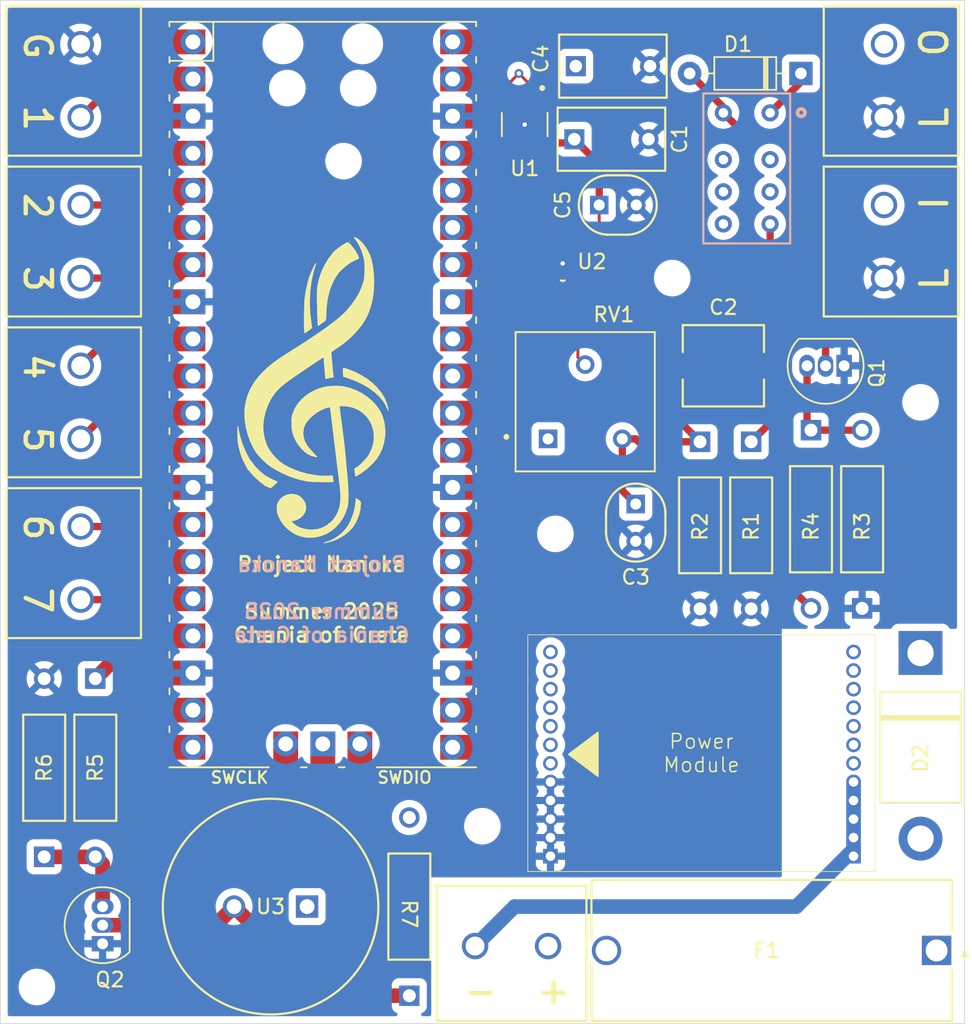
<source format=kicad_pcb>
(kicad_pcb (version 20241229) (generator "pcbnew") (generator_version "9.0")
  (layers (0 "F.Cu" signal) (4 "In1.Cu" signal) (6 "In2.Cu" signal) (2 "B.Cu" signal) (13 "F.Paste" user) (15 "B.Paste" user) (5 "F.SilkS" user "F.Silkscreen") (7 "B.SilkS" user "B.Silkscreen") (1 "F.Mask" user) (3 "B.Mask" user) (25 "Edge.Cuts" user))
  (net 0 "")
  (net 2 "S1")
  (net 3 "GNDPWR")
  (net 7 "+5V")
  (net 15 "Net-(A1-GPIO20)")
  (net 16 "Net-(J1-Pin_2)")
  (net 17 "3.3AS")
  (net 18 "Net-(D1-A)")
  (net 20 "Net-(Q1-B)")
  (net 22 "Net-(Q2-B)")
  (net 25 "Net-(A1-GPIO6)")
  (net 26 "Net-(A1-GPIO3)")
  (net 28 "Net-(A1-GPIO10)")
  (net 29 "Net-(A1-GPIO13)")
  (net 34 "Net-(A1-GPIO27_ADC1)")
  (net 36 "Net-(D2-A)")
  (net 38 "Net-(C2-Pad2)")
  (net 39 "Net-(C2-Pad1)")
  (net 40 "Net-(D2-K)")
  (net 41 "Net-(J8-Pin_2)")
  (net 42 "Net-(J2-Pin_2)")
  (net 46 "Net-(Q2-C)")
  (net 47 "Net-(U2-Y2)")
  (net 50 "Net-(A1-GPIO5)")
  (net 51 "Net-(J8-Pin_1)")
  (net 53 "Net-(A1-GPIO8)")
  (net 54 "Net-(A1-GPIO12)")
  (net 55 "Net-(A1-GPIO1)")
  (footprint "MountingHole:MountingHole_2mm" (layer "F.Cu") (at 223 53)
    (property "Reference" "REF**" (hide yes))
    (property "Value" "MountingHole_2mm" (hide yes))
    (pad "" np_thru_hole circle (at 0 0) (size 2 2) (drill 2) (layers "*.Cu" "*.Mask"))
  )
  (footprint "Custom:STA_RNF14_STP" (layer "F.Cu") (at 202.5 100.596 90)
    (property "Reference" "R6" (at 6.096 0 90) (layer "F.SilkS"))
    (property "Value" "10k" (hide yes))
    (pad "1" thru_hole rect (at 0 0 90) (size 1.397 1.397) (drill 0.889) (layers "*.Cu" "*.Mask") (net 22 "Net-(Q2-B)"))
    (pad "2" thru_hole circle (at 12.192 0 90) (size 1.397 1.397) (drill 0.889) (layers "*.Cu" "*.Mask") (net 3 "GNDPWR"))
  )
  (footprint "Custom:CONN_1935161_PXC" (layer "F.Cu") (at 205 78 -90)
    (property "Reference" "J3" (hide yes))
    (property "Value" "eBUTTON_4" (hide yes))
    (pad "1" thru_hole circle (at 0 0 270) (size 1.8034 1.8034) (drill 1.2954) (layers "*.Cu" "*.Mask") (net 28 "Net-(A1-GPIO10)"))
    (pad "2" thru_hole circle (at 5 0 270) (size 1.8034 1.8034) (drill 1.2954) (layers "*.Cu" "*.Mask") (net 54 "Net-(A1-GPIO12)"))
  )
  (footprint "Custom:SOT65P210X110-6N" (layer "F.Cu") (at 238 61.873)
    (property "Reference" "U2" (at 2 -2 0) (layer "F.SilkS"))
    (property "Value" "NC7WZ16P6X" (hide yes))
    (pad "1" smd rect (at -1.0414 -0.6604) (size 1.1684 0.3556) (layers "F.Cu" "F.Mask" "F.Paste") (net 34 "Net-(A1-GPIO27_ADC1)"))
    (pad "2" smd rect (at -1.0414 0) (size 1.1684 0.3556) (layers "F.Cu" "F.Mask" "F.Paste") (net 3 "GNDPWR"))
    (pad "3" smd rect (at -1.0414 0.6604) (size 1.1684 0.3556) (layers "F.Cu" "F.Mask" "F.Paste"))
    (pad "4" smd rect (at 1.0414 0.6604) (size 1.1684 0.3556) (layers "F.Cu" "F.Mask" "F.Paste") (net 47 "Net-(U2-Y2)"))
    (pad "5" smd rect (at 1.0414 0) (size 1.1684 0.3556) (layers "F.Cu" "F.Mask" "F.Paste") (net 17 "3.3AS"))
    (pad "6" smd rect (at 1.0414 -0.6604) (size 1.1684 0.3556) (layers "F.Cu" "F.Mask" "F.Paste"))
  )
  (footprint "Custom:TRIM_3310Y-101-102L" (layer "F.Cu") (at 239.54 69.46)
    (property "Reference" "RV1" (at 1.96 -5.96 0) (layer "F.SilkS") (effects (font (size 1.000748 1.000748))))
    (property "Value" "1k" (hide yes))
    (pad "1" thru_hole rect (at -2.54 2.54) (size 1.268 1.268) (drill 0.76) (layers "*.Cu" "*.Mask"))
    (pad "2" thru_hole circle (at 0 -2.54) (size 1.268 1.268) (drill 0.76) (layers "*.Cu" "*.Mask") (net 47 "Net-(U2-Y2)"))
    (pad "3" thru_hole circle (at 2.54 2.54) (size 1.268 1.268) (drill 0.76) (layers "*.Cu" "*.Mask") (net 39 "Net-(C2-Pad1)"))
  )
  (footprint "Custom:STA_RNF14_STP" (layer "F.Cu") (at 258.5 83.596 90)
    (property "Reference" "R3" (at 5.596 0 90) (layer "F.SilkS"))
    (property "Value" "10k" (hide yes))
    (pad "1" thru_hole rect (at 0 0 90) (size 1.397 1.397) (drill 0.889) (layers "*.Cu" "*.Mask") (net 3 "GNDPWR"))
    (pad "2" thru_hole circle (at 12.192 0 90) (size 1.397 1.397) (drill 0.889) (layers "*.Cu" "*.Mask") (net 20 "Net-(Q1-B)"))
  )
  (footprint "Custom:CAP_C330C_MR_X7R_KEM" (layer "F.Cu") (at 238.7963 51.5)
    (property "Reference" "C1" (at 7.2037 0 90) (layer "F.SilkS"))
    (property "Value" "1uf" (hide yes))
    (pad "1" thru_hole rect (at 0 0) (size 1.3716 1.3716) (drill 0.8636) (layers "*.Cu" "*.Mask") (net 17 "3.3AS"))
    (pad "2" thru_hole circle (at 5.08 0) (size 1.3716 1.3716) (drill 0.8636) (layers "*.Cu" "*.Mask") (net 3 "GNDPWR"))
  )
  (footprint "Custom:STA_RNF14_STP" (layer "F.Cu") (at 206 88.404 -90)
    (property "Reference" "R5" (at 6.096 0 90) (layer "F.SilkS"))
    (property "Value" "270" (hide yes))
    (pad "1" thru_hole rect (at 0 0 270) (size 1.397 1.397) (drill 0.889) (layers "*.Cu" "*.Mask") (net 29 "Net-(A1-GPIO13)"))
    (pad "2" thru_hole circle (at 12.192 0 270) (size 1.397 1.397) (drill 0.889) (layers "*.Cu" "*.Mask") (net 22 "Net-(Q2-B)"))
  )
  (footprint "Custom:CONN_1935161_PXC" (layer "F.Cu") (at 232 106.7)
    (property "Reference" "J8" (hide yes))
    (property "Value" "12V_IN" (hide yes))
    (pad "1" thru_hole circle (at 0 0) (size 1.8034 1.8034) (drill 1.2954) (layers "*.Cu" "*.Mask") (net 51 "Net-(J8-Pin_1)"))
    (pad "2" thru_hole circle (at 5 0) (size 1.8034 1.8034) (drill 1.2954) (layers "*.Cu" "*.Mask") (net 41 "Net-(J8-Pin_2)"))
  )
  (footprint "Custom:CAP_C320_KEM" (layer "F.Cu") (at 243 76.46 -90)
    (property "Reference" "C3" (at 5 0 0) (layer "F.SilkS"))
    (property "Value" "100nF" (hide yes))
    (pad "1" thru_hole rect (at 0 0 270) (size 1.27 1.27) (drill 0.762) (layers "*.Cu" "*.Mask") (net 39 "Net-(C2-Pad1)"))
    (pad "2" thru_hole circle (at 2.54 0 270) (size 1.27 1.27) (drill 0.762) (layers "*.Cu" "*.Mask") (net 3 "GNDPWR"))
  )
  (footprint "Diode_THT:D_DO-35_SOD27_P7.62mm_Horizontal" (layer "F.Cu") (at 254.31 47 180)
    (property "Reference" "D1" (at 4.31 2 0) (layer "F.SilkS"))
    (property "Value" "1N4148" (hide yes))
    (pad "1" thru_hole rect (at 0 0 180) (size 1.6 1.6) (drill 0.8) (layers "*.Cu" "*.Mask") (net 7 "+5V"))
    (pad "2" thru_hole oval (at 7.62 0 180) (size 1.6 1.6) (drill 0.8) (layers "*.Cu" "*.Mask") (net 18 "Net-(D1-A)"))
  )
  (footprint "Custom:20x300_FUSE_HOLDER_0PTF0078P_LTF" (layer "F.Cu") (at 263.6 107 180)
    (property "Reference" "F1" (at 11.65 0 0) (layer "F.SilkS"))
    (property "Value" "1A" (hide yes))
    (fp_text user "*" (at -1.9207 0 180) (layer "F.SilkS"))
    (pad "1" thru_hole rect (at 0 0 180) (size 2.0066 2.0066) (drill 1.4986) (layers "*.Cu" "*.Mask") (net 36 "Net-(D2-A)"))
    (pad "2" thru_hole circle (at 22.6 0 180) (size 2.0066 2.0066) (drill 1.4986) (layers "*.Cu" "*.Mask") (net 41 "Net-(J8-Pin_2)"))
  )
  (footprint "Custom:STA_CF14_STP" (layer "F.Cu") (at 250.9045 72.2 -90)
    (property "Reference" "R1" (at 5.8 0 90) (layer "F.SilkS"))
    (property "Value" "1.8k" (hide yes))
    (pad "1" thru_hole rect (at 0 0 270) (size 1.397 1.397) (drill 0.889) (layers "*.Cu" "*.Mask") (net 38 "Net-(C2-Pad2)"))
    (pad "2" thru_hole circle (at 11.43 0 270) (size 1.397 1.397) (drill 0.889) (layers "*.Cu" "*.Mask") (net 3 "GNDPWR"))
  )
  (footprint "MountingHole:MountingHole_2mm" (layer "F.Cu") (at 202 109.5)
    (property "Reference" "REF**" (hide yes))
    (property "Value" "MountingHole_2mm" (hide yes))
    (pad "" np_thru_hole circle (at 0 0) (size 2 2) (drill 2) (layers "*.Cu" "*.Mask"))
  )
  (footprint "Custom:CONN_1935161_PXC" (layer "F.Cu") (at 205 67 -90)
    (property "Reference" "J4" (hide yes))
    (property "Value" "eBUTTON_3" (hide yes))
    (pad "1" thru_hole circle (at 0 0 270) (size 1.8034 1.8034) (drill 1.2954) (layers "*.Cu" "*.Mask") (net 25 "Net-(A1-GPIO6)"))
    (pad "2" thru_hole circle (at 5 0 270) (size 1.8034 1.8034) (drill 1.2954) (layers "*.Cu" "*.Mask") (net 53 "Net-(A1-GPIO8)"))
  )
  (footprint "Custom:SOT95P280X110-5N" (layer "F.Cu") (at 235.39815 50.5 -90)
    (property "Reference" "U1" (at 3 0 180) (layer "F.SilkS"))
    (property "Value" "TLV70033DDCR" (hide yes))
    (pad "1" smd roundrect (at -1.255 -0.95 270) (size 1.25 0.59) (layers "F.Cu" "F.Mask" "F.Paste") (roundrect_rratio 0.125) (net 7 "+5V"))
    (pad "2" smd roundrect (at -1.255 0 270) (size 1.25 0.59) (layers "F.Cu" "F.Mask" "F.Paste") (roundrect_rratio 0.125) (net 3 "GNDPWR"))
    (pad "3" smd roundrect (at -1.255 0.95 270) (size 1.25 0.59) (layers "F.Cu" "F.Mask" "F.Paste") (roundrect_rratio 0.125) (net 7 "+5V"))
    (pad "4" smd roundrect (at 1.255 0.95 270) (size 1.25 0.59) (layers "F.Cu" "F.Mask" "F.Paste") (roundrect_rratio 0.125))
    (pad "5" smd roundrect (at 1.255 -0.95 270) (size 1.25 0.59) (layers "F.Cu" "F.Mask" "F.Paste") (roundrect_rratio 0.125) (net 17 "3.3AS"))
  )
  (footprint "Custom:CONN_1935161_PXC" (layer "F.Cu") (at 205 56 -90)
    (property "Reference" "J5" (hide yes))
    (property "Value" "eBUTTON_2" (hide yes))
    (pad "1" thru_hole circle (at 0 0 270) (size 1.8034 1.8034) (drill 1.2954) (layers "*.Cu" "*.Mask") (net 26 "Net-(A1-GPIO3)"))
    (pad "2" thru_hole circle (at 5 0 270) (size 1.8034 1.8034) (drill 1.2954) (layers "*.Cu" "*.Mask") (net 50 "Net-(A1-GPIO5)"))
  )
  (footprint "Custom:STA_CF14_STP" (layer "F.Cu") (at 247.4045 72.2 -90)
    (property "Reference" "R2" (at 5.8 0 90) (layer "F.SilkS"))
    (property "Value" "100" (hide yes))
    (pad "1" thru_hole rect (at 0 0 270) (size 1.397 1.397) (drill 0.889) (layers "*.Cu" "*.Mask") (net 39 "Net-(C2-Pad1)"))
    (pad "2" thru_hole circle (at 11.43 0 270) (size 1.397 1.397) (drill 0.889) (layers "*.Cu" "*.Mask") (net 3 "GNDPWR"))
  )
  (footprint "Custom:PS1440P02BT_TDK" (layer "F.Cu") (at 220.5 104 180)
    (property "Reference" "U3" (at 2.5 0 0) (layer "F.SilkS"))
    (property "Value" "PS1440P02BT" (hide yes))
    (pad "1" thru_hole rect (at 0 0 180) (size 1.524 1.524) (drill 1.016) (layers "*.Cu" "*.Mask") (net 7 "+5V"))
    (pad "2" thru_hole circle (at 5 0 180) (size 1.524 1.524) (drill 1.016) (layers "*.Cu" "*.Mask") (net 46 "Net-(Q2-C)"))
  )
  (footprint "Custom:STA_RNF14_STP" (layer "F.Cu") (at 255 71.404 -90)
    (property "Reference" "R4" (at 6.596 0 90) (layer "F.SilkS"))
    (property "Value" "270" (hide yes))
    (pad "1" thru_hole rect (at 0 0 270) (size 1.397 1.397) (drill 0.889) (layers "*.Cu" "*.Mask") (net 20 "Net-(Q1-B)"))
    (pad "2" thru_hole circle (at 12.192 0 270) (size 1.397 1.397) (drill 0.889) (layers "*.Cu" "*.Mask") (net 15 "Net-(A1-GPIO20)"))
  )
  (footprint "Custom:CAP_UUQ_5X5P4_NCH" (layer "F.Cu") (at 249 67)
    (property "Reference" "C2" (at 0 -4 0) (layer "F.SilkS"))
    (property "Value" "47uF" (hide yes))
    (pad "1" smd rect (at -2.0955 0) (size 2.7178 1.2192) (layers "F.Cu" "F.Mask" "F.Paste") (net 39 "Net-(C2-Pad1)"))
    (pad "2" smd rect (at 2.0955 0) (size 2.7178 1.2192) (layers "F.Cu" "F.Mask" "F.Paste") (net 38 "Net-(C2-Pad2)"))
  )
  (footprint "Custom:RPi_Pico_SMD_TH" (layer "F.Cu") (at 221.575 68.97)
    (property "Reference" "A1" (hide yes))
    (property "Value" "RaspberryPi_Pico" (hide yes))
    (fp_text user "SWDIO" (at 5.6 26.2 0) (layer "F.SilkS") (effects (font (size 0.8 0.8))))
    (fp_text user "SWCLK" (at -5.7 26.2 0) (layer "F.SilkS") (effects (font (size 0.8 0.8))))
    (pad "" np_thru_hole oval (at -2.725 -24) (size 1.8 1.8) (drill 1.8) (layers "*.Cu" "*.Mask"))
    (pad "" np_thru_hole oval (at -2.425 -20.97) (size 1.5 1.5) (drill 1.5) (layers "*.Cu" "*.Mask"))
    (pad "" np_thru_hole oval (at 2.425 -20.97) (size 1.5 1.5) (drill 1.5) (layers "*.Cu" "*.Mask"))
    (pad "" np_thru_hole oval (at 2.725 -24) (size 1.8 1.8) (drill 1.8) (layers "*.Cu" "*.Mask"))
    (pad "1" thru_hole oval (at -8.89 -24.13) (size 1.7 1.7) (drill 1.02) (layers "*.Cu" "*.Mask"))
    (pad "1" smd rect (at -8.89 -24.13) (size 3.5 1.7) (drill (offset -0.9 0)) (layers "F.Cu" "F.Mask"))
    (pad "2" thru_hole oval (at -8.89 -21.59) (size 1.7 1.7) (drill 1.02) (layers "*.Cu" "*.Mask") (net 55 "Net-(A1-GPIO1)"))
    (pad "2" smd rect (at -8.89 -21.59) (size 3.5 1.7) (drill (offset -0.9 0)) (layers "F.Cu" "F.Mask") (net 55 "Net-(A1-GPIO1)"))
    (pad "3" thru_hole rect (at -8.89 -19.05) (size 1.7 1.7) (drill 1.02) (layers "*.Cu" "*.Mask") (net 3 "GNDPWR"))
    (pad "3" smd rect (at -8.89 -19.05) (size 3.5 1.7) (drill (offset -0.9 0)) (layers "F.Cu" "F.Mask") (net 3 "GNDPWR"))
    (pad "4" thru_hole oval (at -8.89 -16.51) (size 1.7 1.7) (drill 1.02) (layers "*.Cu" "*.Mask"))
    (pad "4" smd rect (at -8.89 -16.51) (size 3.5 1.7) (drill (offset -0.9 0)) (layers "F.Cu" "F.Mask"))
    (pad "5" thru_hole oval (at -8.89 -13.97) (size 1.7 1.7) (drill 1.02) (layers "*.Cu" "*.Mask") (net 26 "Net-(A1-GPIO3)"))
    (pad "5" smd rect (at -8.89 -13.97) (size 3.5 1.7) (drill (offset -0.9 0)) (layers "F.Cu" "F.Mask") (net 26 "Net-(A1-GPIO3)"))
    (pad "6" thru_hole oval (at -8.89 -11.43) (size 1.7 1.7) (drill 1.02) (layers "*.Cu" "*.Mask"))
    (pad "6" smd rect (at -8.89 -11.43) (size 3.5 1.7) (drill (offset -0.9 0)) (layers "F.Cu" "F.Mask"))
    (pad "7" thru_hole oval (at -8.89 -8.89) (size 1.7 1.7) (drill 1.02) (layers "*.Cu" "*.Mask") (net 50 "Net-(A1-GPIO5)"))
    (pad "7" smd rect (at -8.89 -8.89) (size 3.5 1.7) (drill (offset -0.9 0)) (layers "F.Cu" "F.Mask") (net 50 "Net-(A1-GPIO5)"))
    (pad "8" thru_hole rect (at -8.89 -6.35) (size 1.7 1.7) (drill 1.02) (layers "*.Cu" "*.Mask") (net 3 "GNDPWR"))
    (pad "8" smd rect (at -8.89 -6.35) (size 3.5 1.7) (drill (offset -0.9 0)) (layers "F.Cu" "F.Mask") (net 3 "GNDPWR"))
    (pad "9" thru_hole oval (at -8.89 -3.81) (size 1.7 1.7) (drill 1.02) (layers "*.Cu" "*.Mask") (net 25 "Net-(A1-GPIO6)"))
    (pad "9" smd rect (at -8.89 -3.81) (size 3.5 1.7) (drill (offset -0.9 0)) (layers "F.Cu" "F.Mask") (net 25 "Net-(A1-GPIO6)"))
    (pad "10" thru_hole oval (at -8.89 -1.27) (size 1.7 1.7) (drill 1.02) (layers "*.Cu" "*.Mask"))
    (pad "10" smd rect (at -8.89 -1.27) (size 3.5 1.7) (drill (offset -0.9 0)) (layers "F.Cu" "F.Mask"))
    (pad "11" thru_hole oval (at -8.89 1.27) (size 1.7 1.7) (drill 1.02) (layers "*.Cu" "*.Mask") (net 53 "Net-(A1-GPIO8)"))
    (pad "11" smd rect (at -8.89 1.27) (size 3.5 1.7) (drill (offset -0.9 0)) (layers "F.Cu" "F.Mask") (net 53 "Net-(A1-GPIO8)"))
    (pad "12" thru_hole oval (at -8.89 3.81) (size 1.7 1.7) (drill 1.02) (layers "*.Cu" "*.Mask"))
    (pad "12" smd rect (at -8.89 3.81) (size 3.5 1.7) (drill (offset -0.9 0)) (layers "F.Cu" "F.Mask"))
    (pad "13" thru_hole rect (at -8.89 6.35) (size 1.7 1.7) (drill 1.02) (layers "*.Cu" "*.Mask") (net 3 "GNDPWR"))
    (pad "13" smd rect (at -8.89 6.35) (size 3.5 1.7) (drill (offset -0.9 0)) (layers "F.Cu" "F.Mask") (net 3 "GNDPWR"))
    (pad "14" thru_hole oval (at -8.89 8.89) (size 1.7 1.7) (drill 1.02) (layers "*.Cu" "*.Mask") (net 28 "Net-(A1-GPIO10)"))
    (pad "14" smd rect (at -8.89 8.89) (size 3.5 1.7) (drill (offset -0.9 0)) (layers "F.Cu" "F.Mask") (net 28 "Net-(A1-GPIO10)"))
    (pad "15" thru_hole oval (at -8.89 11.43) (size 1.7 1.7) (drill 1.02) (layers "*.Cu" "*.Mask"))
    (pad "15" smd rect (at -8.89 11.43) (size 3.5 1.7) (drill (offset -0.9 0)) (layers "F.Cu" "F.Mask"))
    (pad "16" thru_hole oval (at -8.89 13.97) (size 1.7 1.7) (drill 1.02) (layers "*.Cu" "*.Mask") (net 54 "Net-(A1-GPIO12)"))
    (pad "16" smd rect (at -8.89 13.97) (size 3.5 1.7) (drill (offset -0.9 0)) (layers "F.Cu" "F.Mask") (net 54 "Net-(A1-GPIO12)"))
    (pad "17" thru_hole oval (at -8.89 16.51) (size 1.7 1.7) (drill 1.02) (layers "*.Cu" "*.Mask") (net 29 "Net-(A1-GPIO13)"))
    (pad "17" smd rect (at -8.89 16.51) (size 3.5 1.7) (drill (offset -0.9 0)) (layers "F.Cu" "F.Mask") (net 29 "Net-(A1-GPIO13)"))
    (pad "18" thru_hole rect (at -8.89 19.05) (size 1.7 1.7) (drill 1.02) (layers "*.Cu" "*.Mask") (net 3 "GNDPWR"))
    (pad "18" smd rect (at -8.89 19.05) (size 3.5 1.7) (drill (offset -0.9 0)) (layers "F.Cu" "F.Mask") (net 3 "GNDPWR"))
    (pad "19" thru_hole oval (at -8.89 21.59) (size 1.7 1.7) (drill 1.02) (layers "*.Cu" "*.Mask"))
    (pad "19" smd rect (at -8.89 21.59) (size 3.5 1.7) (drill (offset -0.9 0)) (layers "F.Cu" "F.Mask"))
    (pad "20" thru_hole oval (at -8.89 24.13) (size 1.7 1.7) (drill 1.02) (layers "*.Cu" "*.Mask"))
    (pad "20" smd rect (at -8.89 24.13) (size 3.5 1.7) (drill (offset -0.9 0)) (layers "F.Cu" "F.Mask"))
    (pad "21" thru_hole oval (at 8.89 24.13) (size 1.7 1.7) (drill 1.02) (layers "*.Cu" "*.Mask"))
    (pad "21" smd rect (at 8.89 24.13) (size 3.5 1.7) (drill (offset 0.9 0)) (layers "F.Cu" "F.Mask"))
    (pad "22" thru_hole oval (at 8.89 21.59) (size 1.7 1.7) (drill 1.02) (layers "*.Cu" "*.Mask"))
    (pad "22" smd rect (at 8.89 21.59) (size 3.5 1.7) (drill (offset 0.9 0)) (layers "F.Cu" "F.Mask"))
    (pad "23" thru_hole rect (at 8.89 19.05) (size 1.7 1.7) (drill 1.02) (layers "*.Cu" "*.Mask") (net 3 "GNDPWR"))
    (pad "23" smd rect (at 8.89 19.05) (size 3.5 1.7) (drill (offset 0.9 0)) (layers "F.Cu" "F.Mask") (net 3 "GNDPWR"))
    (pad "24" thru_hole oval (at 8.89 16.51) (size 1.7 1.7) (drill 1.02) (layers "*.Cu" "*.Mask"))
    (pad "24" smd rect (at 8.89 16.51) (size 3.5 1.7) (drill (offset 0.9 0)) (layers "F.Cu" "F.Mask"))
    (pad "25" thru_hole oval (at 8.89 13.97) (size 1.7 1.7) (drill 1.02) (layers "*.Cu" "*.Mask"))
    (pad "25" smd rect (at 8.89 13.97) (size 3.5 1.7) (drill (offset 0.9 0)) (layers "F.Cu" "F.Mask"))
    (pad "26" thru_hole oval (at 8.89 11.43) (size 1.7 1.7) (drill 1.02) (layers "*.Cu" "*.Mask") (net 15 "Net-(A1-GPIO20)"))
    (pad "26" smd rect (at 8.89 11.43) (size 3.5 1.7) (drill (offset 0.9 0)) (layers "F.Cu" "F.Mask") (net 15 "Net-(A1-GPIO20)"))
    (pad "27" thru_hole oval (at 8.89 8.89) (size 1.7 1.7) (drill 1.02) (layers "*.Cu" "*.Mask"))
    (pad "27" smd rect (at 8.89 8.89) (size 3.5 1.7) (drill (offset 0.9 0)) (layers "F.Cu" "F.Mask"))
    (pad "28" thru_hole rect (at 8.89 6.35) (size 1.7 1.7) (drill 1.02) (layers "*.Cu" "*.Mask") (net 3 "GNDPWR"))
    (pad "28" smd rect (at 8.89 6.35) (size 3.5 1.7) (drill (offset 0.9 0)) (layers "F.Cu" "F.Mask") (net 3 "GNDPWR"))
    (pad "29" thru_hole oval (at 8.89 3.81) (size 1.7 1.7) (drill 1.02) (layers "*.Cu" "*.Mask"))
    (pad "29" smd rect (at 8.89 3.81) (size 3.5 1.7) (drill (offset 0.9 0)) (layers "F.Cu" "F.Mask"))
    (pad "30" thru_hole oval (at 8.89 1.27) (size 1.7 1.7) (drill 1.02) (layers "*.Cu" "*.Mask"))
    (pad "30" smd rect (at 8.89 1.27) (size 3.5 1.7) (drill (offset 0.9 0)) (layers "F.Cu" "F.Mask"))
    (pad "31" thru_hole oval (at 8.89 -1.27) (size 1.7 1.7) (drill 1.02) (layers "*.Cu" "*.Mask"))
    (pad "31" smd rect (at 8.89 -1.27) (size 3.5 1.7) (drill (offset 0.9 0)) (layers "F.Cu" "F.Mask"))
    (pad "32" thru_hole oval (at 8.89 -3.81) (size 1.7 1.7) (drill 1.02) (layers "*.Cu" "*.Mask") (net 34 "Net-(A1-GPIO27_ADC1)"))
    (pad "32" smd rect (at 8.89 -3.81) (size 3.5 1.7) (drill (offset 0.9 0)) (layers "F.Cu" "F.Mask") (net 34 "Net-(A1-GPIO27_ADC1)"))
    (pad "33" thru_hole rect (at 8.89 -6.35) (size 1.7 1.7) (drill 1.02) (layers "*.Cu" "*.Mask"))
    (pad "33" smd rect (at 8.89 -6.35) (size 3.5 1.7) (drill (offset 0.9 0)) (layers "F.Cu" "F.Mask"))
    (pad "34" thru_hole oval (at 8.89 -8.89) (size 1.7 1.7) (drill 1.02) (layers "*.Cu" "*.Mask") (net 2 "S1"))
    (pad "34" smd rect (at 8.89 -8.89) (size 3.5 1.7) (drill (offset 0.9 0)) (layers "F.Cu" "F.Mask") (net 2 "S1"))
    (pad "35" thru_hole oval (at 8.89 -11.43) (size 1.7 1.7) (drill 1.02) (layers "*.Cu" "*.Mask"))
    (pad "35" smd rect (at 8.89 -11.43) (size 3.5 1.7) (drill (offset 0.9 0)) (layers "F.Cu" "F.Mask"))
    (pad "36" thru_hole oval (at 8.89 -13.97) (size 1.7 1.7) (drill 1.02) (layers "*.Cu" "*.Mask"))
    (pad "36" smd rect (at 8.89 -13.97) (size 3.5 1.7) (drill (offset 0.9 0)) (layers "F.Cu" "F.Mask"))
    (pad "37" thru_hole oval (at 8.89 -16.51) (size 1.7 1.7) (drill 1.02) (layers "*.Cu" "*.Mask"))
    (pad "37" smd rect (at 8.89 -16.51) (size 3.5 1.7) (drill (offset 0.9 0)) (layers "F.Cu" "F.Mask"))
    (pad "38" thru_hole rect (at 8.89 -19.05) (size 1.7 1.7) (drill 1.02) (layers "*.Cu" "*.Mask") (net 3 "GNDPWR"))
    (pad "38" smd rect (at 8.89 -19.05) (size 3.5 1.7) (drill (offset 0.9 0)) (layers "F.Cu" "F.Mask") (net 3 "GNDPWR"))
    (pad "39" thru_hole oval (at 8.89 -21.59) (size 1.7 1.7) (drill 1.02) (layers "*.Cu" "*.Mask") (net 7 "+5V"))
    (pad "39" smd rect (at 8.89 -21.59) (size 3.5 1.7) (drill (offset 0.9 0)) (layers "F.Cu" "F.Mask") (net 7 "+5V"))
    (pad "40" thru_hole oval (at 8.89 -24.13) (size 1.7 1.7) (drill 1.02) (layers "*.Cu" "*.Mask"))
    (pad "40" smd rect (at 8.89 -24.13) (size 3.5 1.7) (drill (offset 0.9 0)) (layers "F.Cu" "F.Mask"))
    (pad "41" thru_hole oval (at -2.54 23.9) (size 1.7 1.7) (drill 1.02) (layers "*.Cu" "*.Mask"))
    (pad "41" smd rect (at -2.54 23.9 90) (size 3.5 1.7) (drill (offset -0.9 0)) (layers "F.Cu" "F.Mask"))
    (pad "42" thru_hole rect (at 0 23.9) (size 1.7 1.7) (drill 1.02) (layers "*.Cu" "*.Mask"))
    (pad "42" smd rect (at 0 23.9 90) (size 3.5 1.7) (drill (offset -0.9 0)) (layers "F.Cu" "F.Mask"))
    (pad "43" thru_hole oval (at 2.54 23.9) (size 1.7 1.7) (drill 1.02) (layers "*.Cu" "*.Mask"))
    (pad "43" smd rect (at 2.54 23.9 90) (size 3.5 1.7) (drill (offset -0.9 0)) (layers "F.Cu" "F.Mask"))
  )
  (footprint "Logos:cleff" (layer "F.Cu") (at 221 68.5)
    (property "Reference" "G***" (hide yes))
    (property "Value" "LOGO" (hide yes))
  )
  (footprint "Custom:CONN_1935161_PXC" (layer "F.Cu") (at 260 50 90)
    (property "Reference" "J1" (hide yes))
    (property "Value" "AUDIO_IN" (hide yes))
    (pad "1" thru_hole circle (at 0 0 90) (size 1.8034 1.8034) (drill 1.2954) (layers "*.Cu" "*.Mask") (net 3 "GNDPWR"))
    (pad "2" thru_hole circle (at 5 0 90) (size 1.8034 1.8034) (drill 1.2954) (layers "*.Cu" "*.Mask") (net 16 "Net-(J1-Pin_2)"))
  )
  (footprint "Custom:P33_D5.4x7.5" (layer "F.Cu") (at 262.5 86.65 -90)
    (property "Reference" "D2" (at 7.2 0 90) (layer "F.SilkS"))
    (property "Value" "25A" (hide yes))
    (pad "1" thru_hole rect (at 0 0 270) (size 3 3) (drill 1.8) (layers "*.Cu" "*.Mask") (net 40 "Net-(D2-K)"))
    (pad "2" thru_hole circle (at 12.7 0 270) (size 3 3) (drill 1.8) (layers "*.Cu" "*.Mask") (net 36 "Net-(D2-A)"))
  )
  (footprint "Custom:CAP_C320_KEM" (layer "F.Cu") (at 240.5 56)
    (property "Reference" "C5" (at -2.5 0 90) (layer "F.SilkS"))
    (property "Value" "100nF" (hide yes))
    (pad "1" thru_hole rect (at 0 0) (size 1.27 1.27) (drill 0.762) (layers "*.Cu" "*.Mask") (net 17 "3.3AS"))
    (pad "2" thru_hole circle (at 2.54 0) (size 1.27 1.27) (drill 0.762) (layers "*.Cu" "*.Mask") (net 3 "GNDPWR"))
  )
  (footprint "Package_TO_SOT_THT:TO-92_Inline" (layer "F.Cu") (at 206.5 106.54 90)
    (property "Reference" "Q2" (at -2.46 0.5 180) (layer "F.SilkS"))
    (property "Value" "2SC1815" (hide yes))
    (pad "1" thru_hole rect (at 0 0 90) (size 1.05 1.5) (drill 0.75) (layers "*.Cu" "*.Mask") (net 3 "GNDPWR"))
    (pad "2" thru_hole oval (at 1.27 0 90) (size 1.05 1.5) (drill 0.75) (layers "*.Cu" "*.Mask") (net 46 "Net-(Q2-C)"))
    (pad "3" thru_hole oval (at 2.54 0 90) (size 1.05 1.5) (drill 0.75) (layers "*.Cu" "*.Mask") (net 22 "Net-(Q2-B)"))
  )
  (footprint "MountingHole:MountingHole_2mm" (layer "F.Cu") (at 245.5 61)
    (property "Reference" "REF**" (hide yes))
    (property "Value" "MountingHole_2mm" (hide yes))
    (pad "" np_thru_hole circle (at 0 0) (size 2 2) (drill 2) (layers "*.Cu" "*.Mask"))
  )
  (footprint "MountingHole:MountingHole_2mm" (layer "F.Cu") (at 262.5 69.5)
    (property "Reference" "REF**" (hide yes))
    (property "Value" "MountingHole_2mm" (hide yes))
    (pad "" np_thru_hole circle (at 0 0) (size 2 2) (drill 2) (layers "*.Cu" "*.Mask"))
  )
  (footprint "Custom:STA_RNF14_STP" (layer "F.Cu") (at 227.5 110.096 90)
    (property "Reference" "R7" (at 5.596 0 270) (layer "F.SilkS"))
    (property "Value" "1k" (hide yes))
    (pad "1" thru_hole rect (at 0 0 90) (size 1.397 1.397) (drill 0.889) (layers "*.Cu" "*.Mask") (net 46 "Net-(Q2-C)"))
    (pad "2" thru_hole circle (at 12.192 0 90) (size 1.397 1.397) (drill 0.889) (layers "*.Cu" "*.Mask") (net 7 "+5V"))
  )
  (footprint "MountingHole:MountingHole_2mm" (layer "F.Cu") (at 232.5 98.5)
    (property "Reference" "REF**" (hide yes))
    (property "Value" "MountingHole_2mm" (hide yes))
    (pad "" np_thru_hole circle (at 0 0) (size 2 2) (drill 2) (layers "*.Cu" "*.Mask"))
  )
  (footprint "Custom:CONN_1935161_PXC" (layer "F.Cu") (at 205 45 -90)
    (property "Reference" "J6" (hide yes))
    (property "Value" "eBUTTON_1" (hide yes))
    (pad "1" thru_hole circle (at 0 0 270) (size 1.8034 1.8034) (drill 1.2954) (layers "*.Cu" "*.Mask") (net 3 "GNDPWR"))
    (pad "2" thru_hole circle (at 5 0 270) (size 1.8034 1.8034) (drill 1.2954) (layers "*.Cu" "*.Mask") (net 55 "Net-(A1-GPIO1)"))
  )
  (footprint "Custom:PinHeader_1x12_P1.27mm_Vertical_Modded" (layer "F.Cu") (at 238.6625 101.6225 180)
    (property "Reference" "J7" (hide yes))
    (property "Value" "PWR_MOD_OUT" (hide yes))
    (pad "1" thru_hole rect (at 1.5 1.07 180) (size 1 1) (drill 0.65) (layers "*.Cu" "*.Mask") (net 3 "GNDPWR"))
    (pad "2" thru_hole oval (at 1.5 2.34 180) (size 1 1) (drill 0.65) (layers "*.Cu" "*.Mask") (net 3 "GNDPWR"))
    (pad "3" thru_hole oval (at 1.5 3.61 180) (size 1 1) (drill 0.65) (layers "*.Cu" "*.Mask") (net 3 "GNDPWR"))
    (pad "4" thru_hole oval (at 1.5 4.88 180) (size 1 1) (drill 0.65) (layers "*.Cu" "*.Mask") (net 3 "GNDPWR"))
    (pad "5" thru_hole oval (at 1.5 6.15 180) (size 1 1) (drill 0.65) (layers "*.Cu" "*.Mask") (net 3 "GNDPWR"))
    (pad "6" thru_hole oval (at 1.5 7.42 180) (size 1 1) (drill 0.65) (layers "*.Cu" "*.Mask"))
    (pad "7" thru_hole oval (at 1.5 8.69 180) (size 1 1) (drill 0.65) (layers "*.Cu" "*.Mask") (net 2 "S1"))
    (pad "8" thru_hole oval (at 1.5 9.96 180) (size 1 1) (drill 0.65) (layers "*.Cu" "*.Mask") (net 7 "+5V"))
    (pad "9" thru_hole oval (at 1.5 11.23 180) (size 1 1) (drill 0.65) (layers "*.Cu" "*.Mask") (net 7 "+5V"))
    (pad "10" thru_hole oval (at 1.5 12.5 180) (size 1 1) (drill 0.65) (layers "*.Cu" "*.Mask") (net 7 "+5V"))
    (pad "11" thru_hole oval (at 1.5 13.77 180) (size 1 1) (drill 0.65) (layers "*.Cu" "*.Mask") (net 7 "+5V"))
    (pad "12" thru_hole oval (at 1.5 15.04 180) (size 1 1) (drill 0.65) (layers "*.Cu" "*.Mask") (net 7 "+5V"))
  )
  (footprint "Custom:PinHeader_1x12_P1.27mm_Vertical_Modded" (layer "F.Cu") (at 259.4125 101.6225 180)
    (property "Reference" "J9" (hide yes))
    (property "Value" "PWR_MOD_IN" (hide yes))
    (pad "1" thru_hole rect (at 1.5 1.07 180) (size 1 1) (drill 0.65) (layers "*.Cu" "*.Mask") (net 51 "Net-(J8-Pin_1)"))
    (pad "2" thru_hole oval (at 1.5 2.34 180) (size 1 1) (drill 0.65) (layers "*.Cu" "*.Mask") (net 51 "Net-(J8-Pin_1)"))
    (pad "3" thru_hole oval (at 1.5 3.61 180) (size 1 1) (drill 0.65) (layers "*.Cu" "*.Mask") (net 51 "Net-(J8-Pin_1)"))
    (pad "4" thru_hole oval (at 1.5 4.88 180) (size 1 1) (drill 0.65) (layers "*.Cu" "*.Mask") (net 51 "Net-(J8-Pin_1)"))
    (pad "5" thru_hole oval (at 1.5 6.15 180) (size 1 1) (drill 0.65) (layers "*.Cu" "*.Mask") (net 51 "Net-(J8-Pin_1)"))
    (pad "6" thru_hole oval (at 1.5 7.42 180) (size 1 1) (drill 0.65) (layers "*.Cu" "*.Mask"))
    (pad "7" thru_hole oval (at 1.5 8.69 180) (size 1 1) (drill 0.65) (layers "*.Cu" "*.Mask"))
    (pad "8" thru_hole oval (at 1.5 9.96 180) (size 1 1) (drill 0.65) (layers "*.Cu" "*.Mask") (net 40 "Net-(D2-K)"))
    (pad "9" thru_hole oval (at 1.5 11.23 180) (size 1 1) (drill 0.65) (layers "*.Cu" "*.Mask") (net 40 "Net-(D2-K)"))
    (pad "10" thru_hole oval (at 1.5 12.5 180) (size 1 1) (drill 0.65) (layers "*.Cu" "*.Mask") (net 40 "Net-(D2-K)"))
    (pad "11" thru_hole oval (at 1.5 13.77 180) (size 1 1) (drill 0.65) (layers "*.Cu" "*.Mask") (net 40 "Net-(D2-K)"))
    (pad "12" thru_hole oval (at 1.5 15.04 180) (size 1 1) (drill 0.65) (layers "*.Cu" "*.Mask") (net 40 "Net-(D2-K)"))
  )
  (footprint "Custom:CAP_C330C_MR_X7R_KEM" (layer "F.Cu") (at 238.89815 46.5)
    (property "Reference" "C4" (at -2.39815 -0.5 90) (layer "F.SilkS"))
    (property "Value" "1uf" (hide yes))
    (pad "1" thru_hole rect (at 0 0) (size 1.3716 1.3716) (drill 0.8636) (layers "*.Cu" "*.Mask") (net 7 "+5V"))
    (pad "2" thru_hole circle (at 5.08 0) (size 1.3716 1.3716) (drill 0.8636) (layers "*.Cu" "*.Mask") (net 3 "GNDPWR"))
  )
  (footprint "MountingHole:MountingHole_2mm" (layer "F.Cu") (at 237.5 78.5)
    (property "Reference" "REF**" (hide yes))
    (property "Value" "MountingHole_2mm" (hide yes))
    (pad "" np_thru_hole circle (at 0 0) (size 2 2) (drill 2) (layers "*.Cu" "*.Mask"))
  )
  (footprint "Logos:cleff" (layer "F.Cu") (at 221 68.5)
    (property "Reference" "G***" (hide yes))
    (property "Value" "LOGO" (hide yes))
  )
  (footprint "Custom:CONN_1935161_PXC" (layer "F.Cu") (at 260 61 90)
    (property "Reference" "J2" (hide yes))
    (property "Value" "AUDIO OUT" (hide yes))
    (pad "1" thru_hole circle (at 0 0 90) (size 1.8034 1.8034) (drill 1.2954) (layers "*.Cu" "*.Mask") (net 3 "GNDPWR"))
    (pad "2" thru_hole circle (at 5 0 90) (size 1.8034 1.8034) (drill 1.2954) (layers "*.Cu" "*.Mask") (net 42 "Net-(J2-Pin_2)"))
  )
  (footprint "Package_TO_SOT_THT:TO-92_Inline" (layer "F.Cu") (at 257.27 67 180)
    (property "Reference" "Q1" (at -2.23 -0.5 90) (layer "F.SilkS"))
    (property "Value" "2SC1815" (hide yes))
    (pad "1" thru_hole rect (at 0 0 180) (size 1.05 1.5) (drill 0.75) (layers "*.Cu" "*.Mask") (net 3 "GNDPWR"))
    (pad "2" thru_hole oval (at 1.27 0 180) (size 1.05 1.5) (drill 0.75) (layers "*.Cu" "*.Mask") (net 18 "Net-(D1-A)"))
    (pad "3" thru_hole oval (at 2.54 0 180) (size 1.05 1.5) (drill 0.75) (layers "*.Cu" "*.Mask") (net 20 "Net-(Q1-B)"))
  )
  (footprint "Custom:RELAY8_THTNRW_TEC" (layer "B.Cu") (at 249 57.3038 180)
    (property "Reference" "K1" (hide yes))
    (property "Value" "2-1462038-1" (hide yes))
    (pad "1" thru_hole circle (at -3.2 7.6076 180) (size 1.1684 1.1684) (drill 0.6604) (layers "*.Cu" "*.Mask") (net 7 "+5V"))
    (pad "2" thru_hole circle (at -3.2 4.4072 180) (size 1.1684 1.1684) (drill 0.6604) (layers "*.Cu" "*.Mask") (net 16 "Net-(J1-Pin_2)"))
    (pad "3" thru_hole circle (at -3.2 2.207199 180) (size 1.1684 1.1684) (drill 0.6604) (layers "*.Cu" "*.Mask") (net 42 "Net-(J2-Pin_2)"))
    (pad "4" thru_hole circle (at -3.2 0.007201 180) (size 1.1684 1.1684) (drill 0.6604) (layers "*.Cu" "*.Mask") (net 38 "Net-(C2-Pad2)"))
    (pad "5" thru_hole circle (at 0 0.007201 180) (size 1.1684 1.1684) (drill 0.6604) (layers "*.Cu" "*.Mask"))
    (pad "6" thru_hole circle (at 0 2.207199 180) (size 1.1684 1.1684) (drill 0.6604) (layers "*.Cu" "*.Mask"))
    (pad "7" thru_hole circle (at 0 4.4072 180) (size 1.1684 1.1684) (drill 0.6604) (layers "*.Cu" "*.Mask"))
    (pad "8" thru_hole circle (at 0 7.6076 180) (size 1.1684 1.1684) (drill 0.6604) (layers "*.Cu" "*.Mask") (net 18 "Net-(D1-A)"))
  )
  (gr_poly (pts (xy 240.4125 92.0825) (xy 240.4125 95.0825) (xy 238.4125 93.5825)) (stroke (width 0.1)) (fill yes) (layer "F.SilkS"))
  (gr_rect (start 235.6125 85.4025) (end 259.3875 101.5975) (stroke (width 0.05)) (fill no) (layer "F.SilkS"))
  (gr_rect (start 199.5 42) (end 265.5 112) (stroke (width 0.05)) (fill no) (layer "Edge.Cuts"))
  (gr_text "7" (at 201 82 270) (layer "F.SilkS") (effects (font (size 1.8 1.8) (thickness 0.3) (bold yes)) (justify left bottom)))
  (gr_text "2" (at 201 55 270) (layer "F.SilkS") (effects (font (size 1.8 1.8) (thickness 0.3) (bold yes)) (justify left bottom)))
  (gr_text "+" (at 238.3 111.2 90) (layer "F.SilkS") (effects (font (size 1.8 1.8) (thickness 0.3) (bold yes)) (justify left bottom)))
  (gr_text "O" (at 264.5 46 90) (layer "F.SilkS") (effects (font (size 1.8 1.8) (thickness 0.3) (bold yes)) (justify left bottom)))
  (gr_text "1" (at 201 49 270) (layer "F.SilkS") (effects (font (size 1.8 1.8) (thickness 0.3) (bold yes)) (justify left bottom)))
  (gr_text "3" (at 201 60 270) (layer "F.SilkS") (effects (font (size 1.8 1.8) (thickness 0.3) (bold yes)) (justify left bottom)))
  (gr_text "Project Nanoka\n\nSummer 2025\nChania of Crete" (at 221.5 86 0) (layer "F.SilkS") (effects (font (size 1 1) (thickness 0.1875)) (justify bottom)))
  (gr_text "I" (at 264.5 56.5 90) (layer "F.SilkS") (effects (font (size 1.8 1.8) (thickness 0.3) (bold yes)) (justify left bottom)))
  (gr_text "G" (at 201 44 270) (layer "F.SilkS") (effects (font (size 1.8 1.8) (thickness 0.3) (bold yes)) (justify left bottom)))
  (gr_text "-" (at 233.7 109 180) (layer "F.SilkS") (effects (font (size 1.8 1.8) (thickness 0.3) (bold yes)) (justify left bottom)))
  (gr_text "6" (at 201 77 270) (layer "F.SilkS") (effects (font (size 1.8 1.8) (thickness 0.3) (bold yes)) (justify left bottom)))
  (gr_text "L" (at 264.5 62 90) (layer "F.SilkS") (effects (font (size 1.8 1.8) (thickness 0.3) (bold yes)) (justify left bottom)))
  (gr_text "Power\nModule" (at 247.5 93.5 0) (layer "F.SilkS") (effects (font (size 1 1) (thickness 0.1))))
  (gr_text "L" (at 264.5 51 90) (layer "F.SilkS") (effects (font (size 1.8 1.8) (thickness 0.3) (bold yes)) (justify left bottom)))
  (gr_text "4" (at 201 66 270) (layer "F.SilkS") (effects (font (size 1.8 1.8) (thickness 0.3) (bold yes)) (justify left bottom)))
  (gr_text "5" (at 201 71 270) (layer "F.SilkS") (effects (font (size 1.8 1.8) (thickness 0.3) (bold yes)) (justify left bottom)))
  (gr_text "Project Nanoka\n\nSummer 2025\nChania of Crete" (at 221.5 86 0) (layer "B.SilkS") (effects (font (size 1 1) (thickness 0.1875)) (justify bottom mirror)))
  (segment (start 235.39815 49.245) (end 235.39815 50.5) (width 0.5) (layer "F.Cu") (net 3))
  (segment (start 238 61.6158) (end 238 60) (width 0.2) (layer "F.Cu") (net 3))
  (segment (start 236.9586 61.873) (end 237.7428 61.873) (width 0.2) (layer "F.Cu") (net 3))
  (segment (start 237.7428 61.873) (end 238 61.6158) (width 0.2) (layer "F.Cu") (net 3))
  (via (at 235.39815 50.5) (size 0.6) (drill 0.3) (layers "F.Cu" "B.Cu") (net 3))
  (via (at 238 60) (size 0.6) (drill 0.3) (layers "F.Cu" "B.Cu") (net 3))
  (segment (start 235 47) (end 236.34815 48.34815) (width 0.2) (layer "F.Cu") (net 7))
  (segment (start 236.34815 48.34815) (end 236.34815 49.245) (width 0.2) (layer "F.Cu") (net 7))
  (segment (start 235 47) (end 234.44815 47.55185) (width 0.2) (layer "F.Cu") (net 7))
  (segment (start 254.31 47) (end 254.31 47.5862) (width 0.5) (layer "F.Cu") (net 7))
  (segment (start 254.31 47.5862) (end 252.2 49.6962) (width 0.5) (layer "F.Cu") (net 7))
  (segment (start 234.44815 47.55185) (end 234.44815 49.245) (width 0.2) (layer "F.Cu") (net 7))
  (via (at 235 47) (size 0.6) (drill 0.3) (layers "F.Cu" "B.Cu") (net 7))
  (segment (start 235 82) (end 233.4 80.4) (width 0.5) (layer "F.Cu") (net 15))
  (segment (start 255 83.596) (end 253.404 82) (width 0.5) (layer "F.Cu") (net 15))
  (segment (start 233.4 80.4) (end 230.465 80.4) (width 0.5) (layer "F.Cu") (net 15))
  (segment (start 253.404 82) (end 235 82) (width 0.5) (layer "F.Cu") (net 15))
  (segment (start 236.34815 51.755) (end 238.5413 51.755) (width 0.5) (layer "F.Cu") (net 17))
  (segment (start 240.5 53.2037) (end 238.7963 51.5) (width 0.5) (layer "F.Cu") (net 17))
  (segment (start 240.5 61.5) (end 240.5 56) (width 0.2) (layer "F.Cu") (net 17))
  (segment (start 240.5 56) (end 240.5 53.2037) (width 0.5) (layer "F.Cu") (net 17))
  (segment (start 239.0414 61.873) (end 240.127 61.873) (width 0.2) (layer "F.Cu") (net 17))
  (segment (start 240.127 61.873) (end 240.5 61.5) (width 0.2) (layer "F.Cu") (net 17))
  (segment (start 238.5413 51.755) (end 238.7963 51.5) (width 0.5) (layer "F.Cu") (net 17))
  (segment (start 249 49.6962) (end 249 49.31) (width 0.5) (layer "F.Cu") (net 18))
  (segment (start 250.8038 51.5) (end 249 49.6962) (width 0.5) (layer "F.Cu") (net 18))
  (segment (start 249 49.31) (end 246.69 47) (width 0.5) (layer "F.Cu") (net 18))
  (segment (start 253.5 51.5) (end 250.8038 51.5) (width 0.5) (layer "F.Cu") (net 18))
  (segment (start 256 54) (end 253.5 51.5) (width 0.5) (layer "F.Cu") (net 18))
  (segment (start 256 67) (end 256 54) (width 0.5) (layer "F.Cu") (net 18))
  (segment (start 255 71.404) (end 258.5 71.404) (width 0.5) (layer "F.Cu") (net 20))
  (segment (start 254.73 67) (end 254.73 71.134) (width 0.5) (layer "F.Cu") (net 20))
  (segment (start 254.73 71.134) (end 255 71.404) (width 0.5) (layer "F.Cu") (net 20))
  (segment (start 202.5 100.596) (end 206 100.596) (width 1) (layer "F.Cu") (net 22))
  (segment (start 206.5 104) (end 206.5 101.096) (width 1) (layer "F.Cu") (net 22))
  (segment (start 206.5 101.096) (end 206 100.596) (width 1) (layer "F.Cu") (net 22))
  (segment (start 205 67) (end 206.84 65.16) (width 0.5) (layer "F.Cu") (net 25))
  (segment (start 206.84 65.16) (end 212.685 65.16) (width 0.5) (layer "F.Cu") (net 25))
  (segment (start 205 56) (end 211.685 56) (width 0.5) (layer "F.Cu") (net 26))
  (segment (start 211.685 56) (end 212.685 55) (width 0.5) (layer "F.Cu") (net 26))
  (segment (start 205 78) (end 212.545 78) (width 0.5) (layer "F.Cu") (net 28))
  (segment (start 212.545 78) (end 212.685 77.86) (width 0.5) (layer "F.Cu") (net 28))
  (segment (start 208.924 85.48) (end 212.685 85.48) (width 1) (layer "F.Cu") (net 29))
  (segment (start 206 88.404) (end 208.924 85.48) (width 1) (layer "F.Cu") (net 29))
  (segment (start 232.027 65.16) (end 230.465 65.16) (width 0.2) (layer "F.Cu") (net 34))
  (segment (start 235.9744 61.2126) (end 232.027 65.16) (width 0.2) (layer "F.Cu") (net 34))
  (segment (start 236.9586 61.2126) (end 235.9744 61.2126) (width 0.2) (layer "F.Cu") (net 34))
  (segment (start 253.4045 68) (end 253.4045 69.7) (width 0.5) (layer "F.Cu") (net 38))
  (segment (start 251.298068 67) (end 252.2 66.098068) (width 0.5) (layer "F.Cu") (net 38))
  (segment (start 252.4045 67) (end 253.4045 68) (width 0.5) (layer "F.Cu") (net 38))
  (segment (start 252.2 66.098068) (end 252.2 57.296599) (width 0.5) (layer "F.Cu") (net 38))
  (segment (start 253.4045 69.7) (end 250.9045 72.2) (width 0.5) (layer "F.Cu") (net 38))
  (segment (start 251.0955 67) (end 251.298068 67) (width 0.5) (layer "F.Cu") (net 38))
  (segment (start 242.08 72) (end 243 72) (width 0.5) (layer "F.Cu") (net 39))
  (segment (start 242.08 72) (end 242.08 75.54) (width 0.5) (layer "F.Cu") (net 39))
  (segment (start 245.0456 68.1096) (end 246.1552 67) (width 0.5) (layer "F.Cu") (net 39))
  (segment (start 243.2 72.2) (end 247.4045 72.2) (width 0.5) (layer "F.Cu") (net 39))
  (segment (start 247.4045 72.2) (end 245.0456 69.8411) (width 0.5) (layer "F.Cu") (net 39))
  (segment (start 242.08 75.54) (end 243 76.46) (width 0.5) (layer "F.Cu") (net 39))
  (segment (start 243 72) (end 243.2 72.2) (width 0.5) (layer "F.Cu") (net 39))
  (segment (start 245.0456 69.8411) (end 245.0456 68.1096) (width 0.5) (layer "F.Cu") (net 39))
  (segment (start 227.5 110.096) (end 221.596 110.096) (width 1) (layer "F.Cu") (net 46))
  (segment (start 215.5 104) (end 214.23 105.27) (width 1) (layer "F.Cu") (net 46))
  (segment (start 221.596 110.096) (end 215.5 104) (width 1) (layer "F.Cu") (net 46))
  (segment (start 214.23 105.27) (end 206.5 105.27) (width 1) (layer "F.Cu") (net 46))
  (segment (start 239.0414 62.5334) (end 239.0414 66.4214) (width 0.2) (layer "F.Cu") (net 47))
  (segment (start 239.0414 66.4214) (end 239.54 66.92) (width 0.2) (layer "F.Cu") (net 47))
  (segment (start 205 61) (end 211.765 61) (width 0.5) (layer "F.Cu") (net 50))
  (segment (start 211.765 61) (end 212.685 60.08) (width 0.5) (layer "F.Cu") (net 50))
  (segment (start 257.9125 96.7425) (end 257.9125 95.4725) (width 1) (layer "B.Cu") (net 51))
  (segment (start 254 104) (end 234.7 104) (width 1) (layer "B.Cu") (net 51))
  (segment (start 257.9125 100.0875) (end 254 104) (width 1) (layer "B.Cu") (net 51))
  (segment (start 257.9125 95.4725) (end 257.9125 100.5525) (width 1) (layer "B.Cu") (net 51))
  (segment (start 234.7 104) (end 232 106.7) (width 1) (layer "B.Cu") (net 51))
  (segment (start 257.9125 96.7425) (end 257.9125 100.0875) (width 1) (layer "B.Cu") (net 51))
  (segment (start 205 72) (end 206.76 70.24) (width 0.5) (layer "F.Cu") (net 53))
  (segment (start 206.76 70.24) (end 212.685 70.24) (width 0.5) (layer "F.Cu") (net 53))
  (segment (start 205 83) (end 212.625 83) (width 0.5) (layer "F.Cu") (net 54))
  (segment (start 212.625 83) (end 212.685 82.94) (width 0.5) (layer "F.Cu") (net 54))
  (segment (start 205 50) (end 207.62 47.38) (width 0.5) (layer "F.Cu") (net 55))
  (segment (start 207.62 47.38) (end 212.685 47.38) (width 0.5) (layer "F.Cu") (net 55))
  (zone (net 3) (net_name "GNDPWR") (layer "B.Cu") (connect_pads (clearance 0.5)) (min_thickness 0.25) (fill yes (thermal_gap 0.5) (thermal_bridge_width 0.5) (island_removal_mode 1) (island_area_min 10))
    (polygon (pts (xy 200 42) (xy 265 42) (xy 265 85) (xy 253 85) (xy 253 102) (xy 229 102) (xy 229 112) (xy 200 112)))
  )
)
</source>
